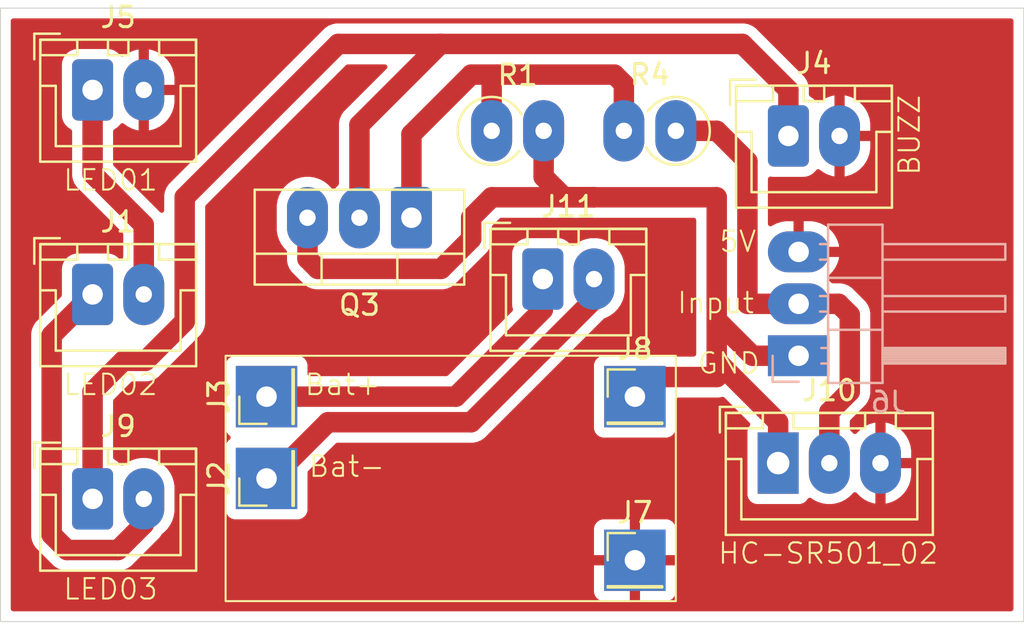
<source format=kicad_pcb>
(kicad_pcb (version 20240108) (generator "pcbnew") (generator_version "8.0")
  (layers (0 "F.Cu" signal) (31 "B.Cu" signal) (34 "B.Paste" user) (35 "F.Paste" user) (36 "B.SilkS" user "B.Silkscreen") (37 "F.SilkS" user "F.Silkscreen") (38 "B.Mask" user) (39 "F.Mask" user) (44 "Edge.Cuts" user))
  (net 0 "")
  (net 1 "Net-(J1-Pin_2)")
  (net 2 "GND")
  (net 3 "input")
  (net 4 "Net-(Q3-G)")
  (net 5 "Net-(J1-Pin_1)")
  (net 6 "Battery+")
  (net 7 "Battery-")
  (net 8 "Net-(J4-Pin_1)")
  (net 9 "9v")
  (footprint "Package_TO_SOT_THT:TO-220-3_Vertical" (layer "F.Cu") (at 130.08 74 180)
    (property "Reference" "Q3" (at 2.54 -4.27 180) (layer "F.SilkS"))
    (property "Value" "IRLZ44N")
    (fp_line (start 7.66 -3.27) (end 7.66 1.371) (stroke (width 0.12)) (layer "F.SilkS"))
    (fp_line (start 4.391 -3.27) (end 4.391 -1.76) (stroke (width 0.12)) (layer "F.SilkS"))
    (fp_line (start 0.69 -3.27) (end 0.69 -1.76) (stroke (width 0.12)) (layer "F.SilkS"))
    (fp_line (start -2.58 1.371) (end 7.66 1.371) (stroke (width 0.12)) (layer "F.SilkS"))
    (fp_line (start -2.58 -1.76) (end 7.66 -1.76) (stroke (width 0.12)) (layer "F.SilkS"))
    (fp_line (start -2.58 -3.27) (end 7.66 -3.27) (stroke (width 0.12)) (layer "F.SilkS"))
    (fp_line (start -2.58 -3.27) (end -2.58 1.371) (stroke (width 0.12)) (layer "F.SilkS"))
    (pad "1" thru_hole roundrect (at 0 0 180) (size 2 3) (drill 1) (layers "*.Cu" "*.Mask") (roundrect_rratio 0.147059) (net 4 "Net-(Q3-G)"))
    (pad "2" thru_hole oval (at 2.54 0 180) (size 2 3) (drill 0.8) (layers "*.Cu" "*.Mask") (net 8 "Net-(J4-Pin_1)"))
    (pad "3" thru_hole oval (at 5.08 0 180) (size 2 3) (drill 0.8) (layers "*.Cu" "*.Mask") (net 2 "GND"))
  )
  (footprint "Resistor_THT:R_Axial_DIN0309_L9.0mm_D3.2mm_P2.54mm_Vertical" (layer "F.Cu") (at 134 69.75)
    (property "Reference" "R1" (at 1.27 -2.72 0) (layer "F.SilkS"))
    (property "Value" "100k")
    (fp_arc (start 1.344775 0.97138) (mid -1.655812 -0.101418) (end 1.453272 -0.8) (stroke (width 0.12)) (layer "F.SilkS"))
    (pad "1" thru_hole oval (at 0 0) (size 2 3) (drill 0.8) (layers "*.Cu" "*.Mask") (net 4 "Net-(Q3-G)"))
    (pad "2" thru_hole oval (at 2.54 0) (size 2 3) (drill 0.8) (layers "*.Cu" "*.Mask") (net 2 "GND"))
  )
  (footprint "Connector_JST:JST_XH_B2B-XH-A_1x02_P2.50mm_Vertical" (layer "F.Cu") (at 136.5 77)
    (property "Reference" "J11" (at 1.25 -3.55 0) (layer "F.SilkS"))
    (property "Value" "BATTERY")
    (fp_line (start -2.85 -2.75) (end -2.85 -1.5) (stroke (width 0.12)) (layer "F.SilkS"))
    (fp_line (start -2.56 -2.46) (end -2.56 3.51) (stroke (width 0.12)) (layer "F.SilkS"))
    (fp_line (start -2.56 3.51) (end 5.06 3.51) (stroke (width 0.12)) (layer "F.SilkS"))
    (fp_line (start -2.55 -2.45) (end -2.55 -1.7) (stroke (width 0.12)) (layer "F.SilkS"))
    (fp_line (start -2.55 -1.7) (end -0.75 -1.7) (stroke (width 0.12)) (layer "F.SilkS"))
    (fp_line (start -2.55 -0.2) (end -1.8 -0.2) (stroke (width 0.12)) (layer "F.SilkS"))
    (fp_line (start -1.8 -0.2) (end -1.8 2.75) (stroke (width 0.12)) (layer "F.SilkS"))
    (fp_line (start -1.8 2.75) (end 1.25 2.75) (stroke (width 0.12)) (layer "F.SilkS"))
    (fp_line (start -1.6 -2.75) (end -2.85 -2.75) (stroke (width 0.12)) (layer "F.SilkS"))
    (fp_line (start -0.75 -2.45) (end -2.55 -2.45) (stroke (width 0.12)) (layer "F.SilkS"))
    (fp_line (start -0.75 -1.7) (end -0.75 -2.45) (stroke (width 0.12)) (layer "F.SilkS"))
    (fp_line (start 0.75 -2.45) (end 0.75 -1.7) (stroke (width 0.12)) (layer "F.SilkS"))
    (fp_line (start 0.75 -1.7) (end 1.75 -1.7) (stroke (width 0.12)) (layer "F.SilkS"))
    (fp_line (start 1.75 -2.45) (end 0.75 -2.45) (stroke (width 0.12)) (layer "F.SilkS"))
    (fp_line (start 1.75 -1.7) (end 1.75 -2.45) (stroke (width 0.12)) (layer "F.SilkS"))
    (fp_line (start 3.25 -2.45) (end 3.25 -1.7) (stroke (width 0.12)) (layer "F.SilkS"))
    (fp_line (start 3.25 -1.7) (end 5.05 -1.7) (stroke (width 0.12)) (layer "F.SilkS"))
    (fp_line (start 4.3 -0.2) (end 4.3 2.75) (stroke (width 0.12)) (layer "F.SilkS"))
    (fp_line (start 4.3 2.75) (end 1.25 2.75) (stroke (width 0.12)) (layer "F.SilkS"))
    (fp_line (start 5.05 -2.45) (end 3.25 -2.45) (stroke (width 0.12)) (layer "F.SilkS"))
    (fp_line (start 5.05 -1.7) (end 5.05 -2.45) (stroke (width 0.12)) (layer "F.SilkS"))
    (fp_line (start 5.05 -0.2) (end 4.3 -0.2) (stroke (width 0.12)) (layer "F.SilkS"))
    (fp_line (start 5.06 -2.46) (end -2.56 -2.46) (stroke (width 0.12)) (layer "F.SilkS"))
    (fp_line (start 5.06 3.51) (end 5.06 -2.46) (stroke (width 0.12)) (layer "F.SilkS"))
    (pad "1" thru_hole roundrect (at 0 0) (size 2 3) (drill 1) (layers "*.Cu" "*.Mask") (roundrect_rratio 0.147059) (net 6 "Battery+"))
    (pad "2" thru_hole oval (at 2.5 0) (size 2 3) (drill 0.8) (layers "*.Cu" "*.Mask") (net 7 "Battery-"))
  )
  (footprint "Connector_PinHeader_2.54mm:PinHeader_1x01_P2.54mm_Vertical" (layer "F.Cu") (at 141 90.75)
    (property "Reference" "J7" (at 0 -2.33 0) (layer "F.SilkS"))
    (property "Value" "Conn_01x01_Pin")
    (fp_line (start -1.33 -1.33) (end 0 -1.33) (stroke (width 0.12)) (layer "F.SilkS"))
    (fp_line (start -1.33 0) (end -1.33 -1.33) (stroke (width 0.12)) (layer "F.SilkS"))
    (fp_line (start -1.33 1.27) (end -1.33 1.33) (stroke (width 0.12)) (layer "F.SilkS"))
    (fp_line (start -1.33 1.27) (end 1.33 1.27) (stroke (width 0.12)) (layer "F.SilkS"))
    (fp_line (start -1.33 1.33) (end 1.33 1.33) (stroke (width 0.12)) (layer "F.SilkS"))
    (fp_line (start 1.33 1.27) (end 1.33 1.33) (stroke (width 0.12)) (layer "F.SilkS"))
    (pad "1" thru_hole rect (at 0 0) (size 3 3) (drill 1) (layers "*.Cu" "*.Mask") (net 9 "9v"))
  )
  (footprint "Connector_PinHeader_2.54mm:PinHeader_1x01_P2.54mm_Vertical" (layer "F.Cu") (at 123 82.75 90)
    (property "Reference" "J3" (at 0 -2.33 -90) (layer "F.SilkS"))
    (property "Value" "Conn_01x01_Pin")
    (fp_line (start -1.33 -1.33) (end 0 -1.33) (stroke (width 0.12)) (layer "F.SilkS"))
    (fp_line (start -1.33 0) (end -1.33 -1.33) (stroke (width 0.12)) (layer "F.SilkS"))
    (fp_line (start 1.33 1.27) (end 1.33 1.33) (stroke (width 0.12)) (layer "F.SilkS"))
    (fp_line (start -1.33 1.27) (end 1.33 1.27) (stroke (width 0.12)) (layer "F.SilkS"))
    (fp_line (start -1.33 1.27) (end -1.33 1.33) (stroke (width 0.12)) (layer "F.SilkS"))
    (fp_line (start -1.33 1.33) (end 1.33 1.33) (stroke (width 0.12)) (layer "F.SilkS"))
    (pad "1" thru_hole rect (at 0 0 90) (size 3 3) (drill 1) (layers "*.Cu" "*.Mask") (net 6 "Battery+"))
  )
  (footprint "Connector_JST:JST_XH_B2B-XH-A_1x02_P2.50mm_Vertical" (layer "F.Cu") (at 114.5 67.75)
    (property "Reference" "J5" (at 1.25 -3.55 0) (layer "F.SilkS"))
    (property "Value" "LED01")
    (fp_line (start -2.85 -2.75) (end -2.85 -1.5) (stroke (width 0.12)) (layer "F.SilkS"))
    (fp_line (start -2.56 -2.46) (end -2.56 3.51) (stroke (width 0.12)) (layer "F.SilkS"))
    (fp_line (start -2.56 3.51) (end 5.06 3.51) (stroke (width 0.12)) (layer "F.SilkS"))
    (fp_line (start -2.55 -2.45) (end -2.55 -1.7) (stroke (width 0.12)) (layer "F.SilkS"))
    (fp_line (start -2.55 -1.7) (end -0.75 -1.7) (stroke (width 0.12)) (layer "F.SilkS"))
    (fp_line (start -2.55 -0.2) (end -1.8 -0.2) (stroke (width 0.12)) (layer "F.SilkS"))
    (fp_line (start -1.8 -0.2) (end -1.8 2.75) (stroke (width 0.12)) (layer "F.SilkS"))
    (fp_line (start -1.8 2.75) (end 1.25 2.75) (stroke (width 0.12)) (layer "F.SilkS"))
    (fp_line (start -1.6 -2.75) (end -2.85 -2.75) (stroke (width 0.12)) (layer "F.SilkS"))
    (fp_line (start -0.75 -2.45) (end -2.55 -2.45) (stroke (width 0.12)) (layer "F.SilkS"))
    (fp_line (start -0.75 -1.7) (end -0.75 -2.45) (stroke (width 0.12)) (layer "F.SilkS"))
    (fp_line (start 0.75 -2.45) (end 0.75 -1.7) (stroke (width 0.12)) (layer "F.SilkS"))
    (fp_line (start 0.75 -1.7) (end 1.75 -1.7) (stroke (width 0.12)) (layer "F.SilkS"))
    (fp_line (start 1.75 -2.45) (end 0.75 -2.45) (stroke (width 0.12)) (layer "F.SilkS"))
    (fp_line (start 1.75 -1.7) (end 1.75 -2.45) (stroke (width 0.12)) (layer "F.SilkS"))
    (fp_line (start 3.25 -2.45) (end 3.25 -1.7) (stroke (width 0.12)) (layer "F.SilkS"))
    (fp_line (start 3.25 -1.7) (end 5.05 -1.7) (stroke (width 0.12)) (layer "F.SilkS"))
    (fp_line (start 4.3 -0.2) (end 4.3 2.75) (stroke (width 0.12)) (layer "F.SilkS"))
    (fp_line (start 4.3 2.75) (end 1.25 2.75) (stroke (width 0.12)) (layer "F.SilkS"))
    (fp_line (start 5.05 -2.45) (end 3.25 -2.45) (stroke (width 0.12)) (layer "F.SilkS"))
    (fp_line (start 5.05 -1.7) (end 5.05 -2.45) (stroke (width 0.12)) (layer "F.SilkS"))
    (fp_line (start 5.05 -0.2) (end 4.3 -0.2) (stroke (width 0.12)) (layer "F.SilkS"))
    (fp_line (start 5.06 -2.46) (end -2.56 -2.46) (stroke (width 0.12)) (layer "F.SilkS"))
    (fp_line (start 5.06 3.51) (end 5.06 -2.46) (stroke (width 0.12)) (layer "F.SilkS"))
    (pad "1" thru_hole roundrect (at 0 0) (size 2 3) (drill 1) (layers "*.Cu" "*.Mask") (roundrect_rratio 0.147059) (net 1 "Net-(J1-Pin_2)"))
    (pad "2" thru_hole oval (at 2.5 0) (size 2 3) (drill 0.8) (layers "*.Cu" "*.Mask") (net 9 "9v"))
  )
  (footprint "Connector_JST:JST_XH_B2B-XH-A_1x02_P2.50mm_Vertical" (layer "F.Cu") (at 114.5 77.75)
    (property "Reference" "J1" (at 1.25 -3.55 0) (layer "F.SilkS"))
    (property "Value" "LED02")
    (fp_line (start -2.85 -2.75) (end -2.85 -1.5) (stroke (width 0.12)) (layer "F.SilkS"))
    (fp_line (start -2.56 -2.46) (end -2.56 3.51) (stroke (width 0.12)) (layer "F.SilkS"))
    (fp_line (start -2.56 3.51) (end 5.06 3.51) (stroke (width 0.12)) (layer "F.SilkS"))
    (fp_line (start -2.55 -2.45) (end -2.55 -1.7) (stroke (width 0.12)) (layer "F.SilkS"))
    (fp_line (start -2.55 -1.7) (end -0.75 -1.7) (stroke (width 0.12)) (layer "F.SilkS"))
    (fp_line (start -2.55 -0.2) (end -1.8 -0.2) (stroke (width 0.12)) (layer "F.SilkS"))
    (fp_line (start -1.8 -0.2) (end -1.8 2.75) (stroke (width 0.12)) (layer "F.SilkS"))
    (fp_line (start -1.8 2.75) (end 1.25 2.75) (stroke (width 0.12)) (layer "F.SilkS"))
    (fp_line (start -1.6 -2.75) (end -2.85 -2.75) (stroke (width 0.12)) (layer "F.SilkS"))
    (fp_line (start -0.75 -2.45) (end -2.55 -2.45) (stroke (width 0.12)) (layer "F.SilkS"))
    (fp_line (start -0.75 -1.7) (end -0.75 -2.45) (stroke (width 0.12)) (layer "F.SilkS"))
    (fp_line (start 0.75 -2.45) (end 0.75 -1.7) (stroke (width 0.12)) (layer "F.SilkS"))
    (fp_line (start 0.75 -1.7) (end 1.75 -1.7) (stroke (width 0.12)) (layer "F.SilkS"))
    (fp_line (start 1.75 -2.45) (end 0.75 -2.45) (stroke (width 0.12)) (layer "F.SilkS"))
    (fp_line (start 1.75 -1.7) (end 1.75 -2.45) (stroke (width 0.12)) (layer "F.SilkS"))
    (fp_line (start 3.25 -2.45) (end 3.25 -1.7) (stroke (width 0.12)) (layer "F.SilkS"))
    (fp_line (start 3.25 -1.7) (end 5.05 -1.7) (stroke (width 0.12)) (layer "F.SilkS"))
    (fp_line (start 4.3 -0.2) (end 4.3 2.75) (stroke (width 0.12)) (layer "F.SilkS"))
    (fp_line (start 4.3 2.75) (end 1.25 2.75) (stroke (width 0.12)) (layer "F.SilkS"))
    (fp_line (start 5.05 -2.45) (end 3.25 -2.45) (stroke (width 0.12)) (layer "F.SilkS"))
    (fp_line (start 5.05 -1.7) (end 5.05 -2.45) (stroke (width 0.12)) (layer "F.SilkS"))
    (fp_line (start 5.05 -0.2) (end 4.3 -0.2) (stroke (width 0.12)) (layer "F.SilkS"))
    (fp_line (start 5.06 -2.46) (end -2.56 -2.46) (stroke (width 0.12)) (layer "F.SilkS"))
    (fp_line (start 5.06 3.51) (end 5.06 -2.46) (stroke (width 0.12)) (layer "F.SilkS"))
    (pad "1" thru_hole roundrect (at 0 0) (size 2 3) (drill 1) (layers "*.Cu" "*.Mask") (roundrect_rratio 0.147059) (net 5 "Net-(J1-Pin_1)"))
    (pad "2" thru_hole oval (at 2.5 0) (size 2 3) (drill 0.8) (layers "*.Cu" "*.Mask") (net 1 "Net-(J1-Pin_2)"))
  )
  (footprint "Connector_PinHeader_2.54mm:PinHeader_1x01_P2.54mm_Vertical" (layer "F.Cu") (at 141 82.75)
    (property "Reference" "J8" (at 0 -2.33 0) (layer "F.SilkS"))
    (property "Value" "Conn_01x01_Pin")
    (fp_line (start -1.33 -1.33) (end 0 -1.33) (stroke (width 0.12)) (layer "F.SilkS"))
    (fp_line (start -1.33 0) (end -1.33 -1.33) (stroke (width 0.12)) (layer "F.SilkS"))
    (fp_line (start -1.33 1.27) (end -1.33 1.33) (stroke (width 0.12)) (layer "F.SilkS"))
    (fp_line (start -1.33 1.27) (end 1.33 1.27) (stroke (width 0.12)) (layer "F.SilkS"))
    (fp_line (start -1.33 1.33) (end 1.33 1.33) (stroke (width 0.12)) (layer "F.SilkS"))
    (fp_line (start 1.33 1.27) (end 1.33 1.33) (stroke (width 0.12)) (layer "F.SilkS"))
    (pad "1" thru_hole rect (at 0 0) (size 3 3) (drill 1) (layers "*.Cu" "*.Mask") (net 2 "GND"))
  )
  (footprint "Connector_JST:JST_XH_B2B-XH-A_1x02_P2.50mm_Vertical" (layer "F.Cu") (at 114.5 87.75)
    (property "Reference" "J9" (at 1.25 -3.55 0) (layer "F.SilkS"))
    (property "Value" "LED03")
    (fp_line (start -2.85 -2.75) (end -2.85 -1.5) (stroke (width 0.12)) (layer "F.SilkS"))
    (fp_line (start -2.56 -2.46) (end -2.56 3.51) (stroke (width 0.12)) (layer "F.SilkS"))
    (fp_line (start -2.56 3.51) (end 5.06 3.51) (stroke (width 0.12)) (layer "F.SilkS"))
    (fp_line (start -2.55 -2.45) (end -2.55 -1.7) (stroke (width 0.12)) (layer "F.SilkS"))
    (fp_line (start -2.55 -1.7) (end -0.75 -1.7) (stroke (width 0.12)) (layer "F.SilkS"))
    (fp_line (start -2.55 -0.2) (end -1.8 -0.2) (stroke (width 0.12)) (layer "F.SilkS"))
    (fp_line (start -1.8 -0.2) (end -1.8 2.75) (stroke (width 0.12)) (layer "F.SilkS"))
    (fp_line (start -1.8 2.75) (end 1.25 2.75) (stroke (width 0.12)) (layer "F.SilkS"))
    (fp_line (start -1.6 -2.75) (end -2.85 -2.75) (stroke (width 0.12)) (layer "F.SilkS"))
    (fp_line (start -0.75 -2.45) (end -2.55 -2.45) (stroke (width 0.12)) (layer "F.SilkS"))
    (fp_line (start -0.75 -1.7) (end -0.75 -2.45) (stroke (width 0.12)) (layer "F.SilkS"))
    (fp_line (start 0.75 -2.45) (end 0.75 -1.7) (stroke (width 0.12)) (layer "F.SilkS"))
    (fp_line (start 0.75 -1.7) (end 1.75 -1.7) (stroke (width 0.12)) (layer "F.SilkS"))
    (fp_line (start 1.75 -2.45) (end 0.75 -2.45) (stroke (width 0.12)) (layer "F.SilkS"))
    (fp_line (start 1.75 -1.7) (end 1.75 -2.45) (stroke (width 0.12)) (layer "F.SilkS"))
    (fp_line (start 3.25 -2.45) (end 3.25 -1.7) (stroke (width 0.12)) (layer "F.SilkS"))
    (fp_line (start 3.25 -1.7) (end 5.05 -1.7) (stroke (width 0.12)) (layer "F.SilkS"))
    (fp_line (start 4.3 -0.2) (end 4.3 2.75) (stroke (width 0.12)) (layer "F.SilkS"))
    (fp_line (start 4.3 2.75) (end 1.25 2.75) (stroke (width 0.12)) (layer "F.SilkS"))
    (fp_line (start 5.05 -2.45) (end 3.25 -2.45) (stroke (width 0.12)) (layer "F.SilkS"))
    (fp_line (start 5.05 -1.7) (end 5.05 -2.45) (stroke (width 0.12)) (layer "F.SilkS"))
    (fp_line (start 5.05 -0.2) (end 4.3 -0.2) (stroke (width 0.12)) (layer "F.SilkS"))
    (fp_line (start 5.06 -2.46) (end -2.56 -2.46) (stroke (width 0.12)) (layer "F.SilkS"))
    (fp_line (start 5.06 3.51) (end 5.06 -2.46) (stroke (width 0.12)) (layer "F.SilkS"))
    (pad "1" thru_hole roundrect (at 0 0) (size 2 3) (drill 1) (layers "*.Cu" "*.Mask") (roundrect_rratio 0.147059) (net 8 "Net-(J4-Pin_1)"))
    (pad "2" thru_hole oval (at 2.5 0) (size 2 3) (drill 0.8) (layers "*.Cu" "*.Mask") (net 5 "Net-(J1-Pin_1)"))
  )
  (footprint "Connector_JST:JST_XH_B3B-XH-A_1x03_P2.50mm_Vertical" (layer "F.Cu") (at 148 86)
    (property "Reference" "J10" (at 2.5 -3.55 0) (layer "F.SilkS"))
    (property "Value" "Conn_01x03_Pin")
    (fp_line (start -2.85 -2.75) (end -2.85 -1.5) (stroke (width 0.12)) (layer "F.SilkS"))
    (fp_line (start -2.56 -2.46) (end -2.56 3.51) (stroke (width 0.12)) (layer "F.SilkS"))
    (fp_line (start -2.56 3.51) (end 7.56 3.51) (stroke (width 0.12)) (layer "F.SilkS"))
    (fp_line (start -2.55 -2.45) (end -2.55 -1.7) (stroke (width 0.12)) (layer "F.SilkS"))
    (fp_line (start -2.55 -1.7) (end -0.75 -1.7) (stroke (width 0.12)) (layer "F.SilkS"))
    (fp_line (start -2.55 -0.2) (end -1.8 -0.2) (stroke (width 0.12)) (layer "F.SilkS"))
    (fp_line (start -1.8 -0.2) (end -1.8 2.75) (stroke (width 0.12)) (layer "F.SilkS"))
    (fp_line (start -1.8 2.75) (end 2.5 2.75) (stroke (width 0.12)) (layer "F.SilkS"))
    (fp_line (start -1.6 -2.75) (end -2.85 -2.75) (stroke (width 0.12)) (layer "F.SilkS"))
    (fp_line (start -0.75 -2.45) (end -2.55 -2.45) (stroke (width 0.12)) (layer "F.SilkS"))
    (fp_line (start -0.75 -1.7) (end -0.75 -2.45) (stroke (width 0.12)) (layer "F.SilkS"))
    (fp_line (start 0.75 -2.45) (end 0.75 -1.7) (stroke (width 0.12)) (layer "F.SilkS"))
    (fp_line (start 0.75 -1.7) (end 4.25 -1.7) (stroke (width 0.12)) (layer "F.SilkS"))
    (fp_line (start 4.25 -2.45) (end 0.75 -2.45) (stroke (width 0.12)) (layer "F.SilkS"))
    (fp_line (start 4.25 -1.7) (end 4.25 -2.45) (stroke (width 0.12)) (layer "F.SilkS"))
    (fp_line (start 5.75 -2.45) (end 5.75 -1.7) (stroke (width 0.12)) (layer "F.SilkS"))
    (fp_line (start 5.75 -1.7) (end 7.55 -1.7) (stroke (width 0.12)) (layer "F.SilkS"))
    (fp_line (start 6.8 -0.2) (end 6.8 2.75) (stroke (width 0.12)) (layer "F.SilkS"))
    (fp_line (start 6.8 2.75) (end 2.5 2.75) (stroke (width 0.12)) (layer "F.SilkS"))
    (fp_line (start 7.55 -2.45) (end 5.75 -2.45) (stroke (width 0.12)) (layer "F.SilkS"))
    (fp_line (start 7.55 -1.7) (end 7.55 -2.45) (stroke (width 0.12)) (layer "F.SilkS"))
    (fp_line (start 7.55 -0.2) (end 6.8 -0.2) (stroke (width 0.12)) (layer "F.SilkS"))
    (fp_line (start 7.56 -2.46) (end -2.56 -2.46) (stroke (width 0.12)) (layer "F.SilkS"))
    (fp_line (start 7.56 3.51) (end 7.56 -2.46) (stroke (width 0.12)) (layer "F.SilkS"))
    (pad "1" thru_hole rect (at 0 0) (size 2 3) (drill 1.1) (layers "*.Cu" "*.Mask") (net 2 "GND"))
    (pad "2" thru_hole oval (at 2.5 0) (size 2 3) (drill 0.8) (layers "*.Cu" "*.Mask") (net 3 "input"))
    (pad "3" thru_hole oval (at 5 0) (size 2 3) (drill 0.8) (layers "*.Cu" "*.Mask") (net 9 "9v"))
  )
  (footprint "Connector_PinHeader_2.54mm:PinHeader_1x01_P2.54mm_Vertical" (layer "F.Cu") (at 123 86.75 90)
    (property "Reference" "J2" (at 0 -2.33 -90) (layer "F.SilkS"))
    (property "Value" "Conn_01x01_Pin")
    (fp_line (start -1.33 -1.33) (end 0 -1.33) (stroke (width 0.12)) (layer "F.SilkS"))
    (fp_line (start -1.33 0) (end -1.33 -1.33) (stroke (width 0.12)) (layer "F.SilkS"))
    (fp_line (start 1.33 1.27) (end 1.33 1.33) (stroke (width 0.12)) (layer "F.SilkS"))
    (fp_line (start -1.33 1.27) (end 1.33 1.27) (stroke (width 0.12)) (layer "F.SilkS"))
    (fp_line (start -1.33 1.27) (end -1.33 1.33) (stroke (width 0.12)) (layer "F.SilkS"))
    (fp_line (start -1.33 1.33) (end 1.33 1.33) (stroke (width 0.12)) (layer "F.SilkS"))
    (pad "1" thru_hole rect (at 0 0 90) (size 3 3) (drill 1) (layers "*.Cu" "*.Mask") (net 7 "Battery-"))
  )
  (footprint "Resistor_THT:R_Axial_DIN0309_L9.0mm_D3.2mm_P2.54mm_Vertical" (layer "F.Cu") (at 143 69.75 180)
    (property "Reference" "R4" (at 1.27 2.75 180) (layer "F.SilkS"))
    (property "Value" "1k")
    (fp_arc (start 1.344775 0.97138) (mid -1.655812 -0.101418) (end 1.453272 -0.8) (stroke (width 0.12)) (layer "F.SilkS"))
    (pad "1" thru_hole oval (at 0 0 180) (size 2 3) (drill 0.8) (layers "*.Cu" "*.Mask") (net 3 "input"))
    (pad "2" thru_hole oval (at 2.54 0 180) (size 2 3) (drill 0.8) (layers "*.Cu" "*.Mask") (net 4 "Net-(Q3-G)"))
  )
  (footprint "Connector_JST:JST_XH_B2B-XH-A_1x02_P2.50mm_Vertical" (layer "F.Cu") (at 148.5 70)
    (property "Reference" "J4" (at 1.25 -3.55 0) (layer "F.SilkS"))
    (property "Value" "BUZZ")
    (fp_line (start -2.85 -2.75) (end -2.85 -1.5) (stroke (width 0.12)) (layer "F.SilkS"))
    (fp_line (start -2.56 -2.46) (end -2.56 3.51) (stroke (width 0.12)) (layer "F.SilkS"))
    (fp_line (start -2.56 3.51) (end 5.06 3.51) (stroke (width 0.12)) (layer "F.SilkS"))
    (fp_line (start -2.55 -2.45) (end -2.55 -1.7) (stroke (width 0.12)) (layer "F.SilkS"))
    (fp_line (start -2.55 -1.7) (end -0.75 -1.7) (stroke (width 0.12)) (layer "F.SilkS"))
    (fp_line (start -2.55 -0.2) (end -1.8 -0.2) (stroke (width 0.12)) (layer "F.SilkS"))
    (fp_line (start -1.8 -0.2) (end -1.8 2.75) (stroke (width 0.12)) (layer "F.SilkS"))
    (fp_line (start -1.8 2.75) (end 1.25 2.75) (stroke (width 0.12)) (layer "F.SilkS"))
    (fp_line (start -1.6 -2.75) (end -2.85 -2.75) (stroke (width 0.12)) (layer "F.SilkS"))
    (fp_line (start -0.75 -2.45) (end -2.55 -2.45) (stroke (width 0.12)) (layer "F.SilkS"))
    (fp_line (start -0.75 -1.7) (end -0.75 -2.45) (stroke (width 0.12)) (layer "F.SilkS"))
    (fp_line (start 0.75 -2.45) (end 0.75 -1.7) (stroke (width 0.12)) (layer "F.SilkS"))
    (fp_line (start 0.75 -1.7) (end 1.75 -1.7) (stroke (width 0.12)) (layer "F.SilkS"))
    (fp_line (start 1.75 -2.45) (end 0.75 -2.45) (stroke (width 0.12)) (layer "F.SilkS"))
    (fp_line (start 1.75 -1.7) (end 1.75 -2.45) (stroke (width 0.12)) (layer "F.SilkS"))
    (fp_line (start 3.25 -2.45) (end 3.25 -1.7) (stroke (width 0.12)) (layer "F.SilkS"))
    (fp_line (start 3.25 -1.7) (end 5.05 -1.7) (stroke (width 0.12)) (layer "F.SilkS"))
    (fp_line (start 4.3 -0.2) (end 4.3 2.75) (stroke (width 0.12)) (layer "F.SilkS"))
    (fp_line (start 4.3 2.75) (end 1.25 2.75) (stroke (width 0.12)) (layer "F.SilkS"))
    (fp_line (start 5.05 -2.45) (end 3.25 -2.45) (stroke (width 0.12)) (layer "F.SilkS"))
    (fp_line (start 5.05 -1.7) (end 5.05 -2.45) (stroke (width 0.12)) (layer "F.SilkS"))
    (fp_line (start 5.05 -0.2) (end 4.3 -0.2) (stroke (width 0.12)) (layer "F.SilkS"))
    (fp_line (start 5.06 -2.46) (end -2.56 -2.46) (stroke (width 0.12)) (layer "F.SilkS"))
    (fp_line (start 5.06 3.51) (end 5.06 -2.46) (stroke (width 0.12)) (layer "F.SilkS"))
    (pad "1" thru_hole roundrect (at 0 0) (size 2 3) (drill 1) (layers "*.Cu" "*.Mask") (roundrect_rratio 0.147059) (net 8 "Net-(J4-Pin_1)"))
    (pad "2" thru_hole oval (at 2.5 0) (size 2 3) (drill 0.8) (layers "*.Cu" "*.Mask") (net 9 "9v"))
  )
  (footprint "Connector_PinHeader_2.54mm:PinHeader_1x03_P2.54mm_Horizontal" (layer "B.Cu") (at 149 80.75)
    (property "Reference" "J6" (at 4.385 2.27 0) (layer "B.SilkS") (effects (justify mirror)))
    (property "Value" "HC-SR501_01")
    (fp_line (start -1.27 1.27) (end -1.27 0) (stroke (width 0.12)) (layer "B.SilkS"))
    (fp_line (start 0 1.27) (end -1.27 1.27) (stroke (width 0.12)) (layer "B.SilkS"))
    (fp_line (start 1.44 -6.41) (end 1.44 1.33) (stroke (width 0.12)) (layer "B.SilkS"))
    (fp_line (start 1.44 -5.46) (end 1.042929 -5.46) (stroke (width 0.12)) (layer "B.SilkS"))
    (fp_line (start 1.44 -4.7) (end 1.042929 -4.7) (stroke (width 0.12)) (layer "B.SilkS"))
    (fp_line (start 1.44 -2.92) (end 1.042929 -2.92) (stroke (width 0.12)) (layer "B.SilkS"))
    (fp_line (start 1.44 -2.16) (end 1.042929 -2.16) (stroke (width 0.12)) (layer "B.SilkS"))
    (fp_line (start 1.44 -0.38) (end 1.11 -0.38) (stroke (width 0.12)) (layer "B.SilkS"))
    (fp_line (start 1.44 0.38) (end 1.11 0.38) (stroke (width 0.12)) (layer "B.SilkS"))
    (fp_line (start 1.44 1.33) (end 4.1 1.33) (stroke (width 0.12)) (layer "B.SilkS"))
    (fp_line (start 4.1 -6.41) (end 1.44 -6.41) (stroke (width 0.12)) (layer "B.SilkS"))
    (fp_line (start 4.1 -5.46) (end 10.1 -5.46) (stroke (width 0.12)) (layer "B.SilkS"))
    (fp_line (start 4.1 -3.81) (end 1.44 -3.81) (stroke (width 0.12)) (layer "B.SilkS"))
    (fp_line (start 4.1 -2.92) (end 10.1 -2.92) (stroke (width 0.12)) (layer "B.SilkS"))
    (fp_line (start 4.1 -1.27) (end 1.44 -1.27) (stroke (width 0.12)) (layer "B.SilkS"))
    (fp_line (start 4.1 -0.38) (end 10.1 -0.38) (stroke (width 0.12)) (layer "B.SilkS"))
    (fp_line (start 4.1 1.33) (end 4.1 -6.41) (stroke (width 0.12)) (layer "B.SilkS"))
    (fp_line (start 10.1 -5.46) (end 10.1 -4.7) (stroke (width 0.12)) (layer "B.SilkS"))
    (fp_line (start 10.1 -4.7) (end 4.1 -4.7) (stroke (width 0.12)) (layer "B.SilkS"))
    (fp_line (start 10.1 -2.92) (end 10.1 -2.16) (stroke (width 0.12)) (layer "B.SilkS"))
    (fp_line (start 10.1 -2.16) (end 4.1 -2.16) (stroke (width 0.12)) (layer "B.SilkS"))
    (fp_line (start 10.1 -0.38) (end 10.1 0.38) (stroke (width 0.12)) (layer "B.SilkS"))
    (fp_line (start 10.1 -0.28) (end 4.1 -0.28) (stroke (width 0.12)) (layer "B.SilkS"))
    (fp_line (start 10.1 -0.16) (end 4.1 -0.16) (stroke (width 0.12)) (layer "B.SilkS"))
    (fp_line (start 10.1 -0.04) (end 4.1 -0.04) (stroke (width 0.12)) (layer "B.SilkS"))
    (fp_line (start 10.1 0.08) (end 4.1 0.08) (stroke (width 0.12)) (layer "B.SilkS"))
    (fp_line (start 10.1 0.2) (end 4.1 0.2) (stroke (width 0.12)) (layer "B.SilkS"))
    (fp_line (start 10.1 0.32) (end 4.1 0.32) (stroke (width 0.12)) (layer "B.SilkS"))
    (fp_line (start 10.1 0.38) (end 4.1 0.38) (stroke (width 0.12)) (layer "B.SilkS"))
    (pad "1" thru_hole rect (at 0 0) (size 3 2) (drill 1) (layers "*.Cu" "*.Mask") (net 2 "GND"))
    (pad "2" thru_hole oval (at 0 -2.54) (size 3 2) (drill 1) (layers "*.Cu" "*.Mask") (net 3 "input"))
    (pad "3" thru_hole oval (at 0 -5.08) (size 3 2) (drill 1) (layers "*.Cu" "*.Mask") (net 9 "9v"))
  )
  (gr_rect (start 121 80.749999) (end 143 92.749999) (stroke (width 0.1)) (fill none) (layer "F.SilkS"))
  (gr_rect (start 110 63.749999) (end 160 93.749999) (stroke (width 0.05)) (fill none) (layer "Edge.Cuts"))
  (gr_text "LED01" (at 113 72.749999 0) (layer "F.SilkS") (effects (font (size 1 1) (thickness 0.1)) (justify left bottom)))
  (gr_text "Input" (at 143 78.749999 0) (layer "F.SilkS") (effects (font (size 1 1) (thickness 0.1)) (justify left bottom)))
  (gr_text "5V" (at 147 75.749999 0) (layer "F.SilkS") (effects (font (size 1 1) (thickness 0.1)) (justify right bottom)))
  (gr_text "GND" (at 144 81.702499 0) (layer "F.SilkS") (effects (font (size 1 1) (thickness 0.1)) (justify left bottom)))
  (gr_text "Bat+" (at 124.8 82.749999 0) (layer "F.SilkS") (effects (font (size 1 1) (thickness 0.1)) (justify left bottom)))
  (gr_text "BUZZ" (at 155 72 90) (layer "F.SilkS") (effects (font (size 1 1) (thickness 0.1)) (justify left bottom)))
  (gr_text "Bat-" (at 125 86.749999 0) (layer "F.SilkS") (effects (font (size 1 1) (thickness 0.1)) (justify left bottom)))
  (gr_text "HC-SR501_02" (at 145 91 0) (layer "F.SilkS") (effects (font (size 1 1) (thickness 0.1)) (justify left bottom)))
  (gr_text "LED02\n" (at 113 82.749999 0) (layer "F.SilkS") (effects (font (size 1 1) (thickness 0.1)) (justify left bottom)))
  (gr_text "LED03" (at 113 92.749999 0) (layer "F.SilkS") (effects (font (size 1 1) (thickness 0.1)) (justify left bottom)))
  (segment (start 117 77.75) (end 117 74.3517) (width 1) (layer "F.Cu") (net 1))
  (segment (start 114.5 71.8517) (end 114.5 67.75) (width 1) (layer "F.Cu") (net 1))
  (segment (start 117 74.3517) (end 114.5 71.8517) (width 1) (layer "F.Cu") (net 1))
  (segment (start 141 81.7918) (end 145 81.7918) (width 1) (layer "F.Cu") (net 2))
  (segment (start 125 76.0017) (end 125 74) (width 1) (layer "F.Cu") (net 2))
  (segment (start 141 82.75) (end 141 81.7918) (width 1) (layer "F.Cu") (net 2))
  (segment (start 134 73) (end 133 74) (width 1) (layer "F.Cu") (net 2))
  (segment (start 139 73) (end 137.54 73) (width 1) (layer "F.Cu") (net 2))
  (segment (start 149 80.75) (end 146.748 80.75) (width 1) (layer "F.Cu") (net 2))
  (segment (start 145 81.7918) (end 144.998 81.7898) (width 1) (layer "F.Cu") (net 2))
  (segment (start 144.998 73) (end 139 73) (width 1) (layer "F.Cu") (net 2))
  (segment (start 144.998 81.7898) (end 144.998 81) (width 1) (layer "F.Cu") (net 2))
  (segment (start 133 75.0325) (end 131.532 76.5) (width 1) (layer "F.Cu") (net 2))
  (segment (start 137.54 73) (end 134 73) (width 1) (layer "F.Cu") (net 2))
  (segment (start 148 84.002) (end 144.998 81) (width 1) (layer "F.Cu") (net 2))
  (segment (start 125.498 76.5) (end 125 76.0017) (width 1) (layer "F.Cu") (net 2))
  (segment (start 146.748 80.75) (end 144.998 79) (width 1) (layer "F.Cu") (net 2))
  (segment (start 144.998 79) (end 144.998 73) (width 1) (layer "F.Cu") (net 2))
  (segment (start 133 74) (end 133 75.0325) (width 1) (layer "F.Cu") (net 2))
  (segment (start 131.532 76.5) (end 125.498 76.5) (width 1) (layer "F.Cu") (net 2))
  (segment (start 139 73) (end 137.54 73) (width 1) (layer "F.Cu") (net 2))
  (segment (start 137.54 73) (end 136.54 72) (width 1) (layer "F.Cu") (net 2))
  (segment (start 144.998 81) (end 144.998 79) (width 1) (layer "F.Cu") (net 2))
  (segment (start 136.54 72) (end 136.54 69.75) (width 1) (layer "F.Cu") (net 2))
  (segment (start 148 86) (end 148 84.002) (width 1) (layer "F.Cu") (net 2))
  (segment (start 149 78.21) (end 150.96 78.21) (width 1) (layer "F.Cu") (net 3))
  (segment (start 150.5 83.5) (end 150.5 85.1716) (width 1) (layer "F.Cu") (net 3))
  (segment (start 151.5 82.5) (end 150.5 83.5) (width 1) (layer "F.Cu") (net 3))
  (segment (start 146.498 71.2466) (end 146.498 78.21) (width 1) (layer "F.Cu") (net 3))
  (segment (start 150.96 78.21) (end 151.5 78.75) (width 1) (layer "F.Cu") (net 3))
  (segment (start 150.5 85.1716) (end 150.5 86) (width 1) (layer "F.Cu") (net 3))
  (segment (start 146.498 78.21) (end 149 78.21) (width 1) (layer "F.Cu") (net 3))
  (segment (start 150.5 85.1716) (end 150.5 86) (width 1) (layer "F.Cu") (net 3))
  (segment (start 143 69.75) (end 145.002 69.75) (width 1) (layer "F.Cu") (net 3))
  (segment (start 151.5 78.75) (end 151.5 82.5) (width 1) (layer "F.Cu") (net 3))
  (segment (start 145.002 69.75) (end 146.498 71.2466) (width 1) (layer "F.Cu") (net 3))
  (segment (start 133 67) (end 134.25 67) (width 1) (layer "F.Cu") (net 4))
  (segment (start 130.08 74) (end 130.08 69.92) (width 1) (layer "F.Cu") (net 4))
  (segment (start 130.08 69.92) (end 133 67) (width 1) (layer "F.Cu") (net 4))
  (segment (start 140.46 67.46) (end 140 67) (width 1) (layer "F.Cu") (net 4))
  (segment (start 140 67) (end 134.25 67) (width 1) (layer "F.Cu") (net 4))
  (segment (start 134.25 67) (end 134 67.25) (width 1) (layer "F.Cu") (net 4))
  (segment (start 140.46 69.75) (end 140.46 67.46) (width 1) (layer "F.Cu") (net 4))
  (segment (start 134 67.25) (end 134 69.75) (width 1) (layer "F.Cu") (net 4))
  (segment (start 112.5 89.5) (end 112.5 79.7496) (width 1) (layer "F.Cu") (net 5))
  (segment (start 117 87.75) (end 117 88.9919) (width 1) (layer "F.Cu") (net 5))
  (segment (start 117 88.9919) (end 115.742 90.25) (width 1) (layer "F.Cu") (net 5))
  (segment (start 113.25 90.25) (end 112.5 89.5) (width 1) (layer "F.Cu") (net 5))
  (segment (start 112.634 79.6156) (end 114.5 77.75) (width 1) (layer "F.Cu") (net 5))
  (segment (start 112.5 79.7496) (end 112.634 79.6156) (width 1) (layer "F.Cu") (net 5))
  (segment (start 115.742 90.25) (end 113.25 90.25) (width 1) (layer "F.Cu") (net 5))
  (segment (start 136.5 78.5) (end 132.25 82.75) (width 1) (layer "F.Cu") (net 6))
  (segment (start 136.5 77) (end 136.5 78.5) (width 1) (layer "F.Cu") (net 6))
  (segment (start 132.25 82.75) (end 123 82.75) (width 1) (layer "F.Cu") (net 6))
  (segment (start 139 78) (end 139 77) (width 1) (layer "F.Cu") (net 7))
  (segment (start 133 84) (end 139 78) (width 1) (layer "F.Cu") (net 7))
  (segment (start 126 84) (end 133 84) (width 1) (layer "F.Cu") (net 7))
  (segment (start 123.25 86.75) (end 126 84) (width 1) (layer "F.Cu") (net 7))
  (segment (start 123 86.75) (end 123.25 86.75) (width 1) (layer "F.Cu") (net 7))
  (segment (start 127.54 74) (end 127.54 69.46) (width 1) (layer "F.Cu") (net 8))
  (segment (start 148.5 67.75) (end 148.5 70) (width 1) (layer "F.Cu") (net 8))
  (segment (start 126.5 65.5) (end 119 73) (width 1) (layer "F.Cu") (net 8))
  (segment (start 119 79.078427) (end 119 73) (width 1) (layer "F.Cu") (net 8))
  (segment (start 131.5 65.5) (end 126.5 65.5) (width 1) (layer "F.Cu") (net 8))
  (segment (start 116 81) (end 117.078427 81) (width 1) (layer "F.Cu") (net 8))
  (segment (start 114.5 82.5) (end 116 81) (width 1) (layer "F.Cu") (net 8))
  (segment (start 131.5 65.5) (end 146.25 65.5) (width 1) (layer "F.Cu") (net 8))
  (segment (start 117.078427 81) (end 119 79.078427) (width 1) (layer "F.Cu") (net 8))
  (segment (start 146.25 65.5) (end 148.5 67.75) (width 1) (layer "F.Cu") (net 8))
  (segment (start 114.5 87.75) (end 114.5 82.5) (width 1) (layer "F.Cu") (net 8))
  (segment (start 127.54 69.46) (end 131.5 65.5) (width 1) (layer "F.Cu") (net 8))
  (zone (net 9) (net_name "9v") (layer "F.Cu") (connect_pads (clearance 0.5)) (min_thickness 0.25) (fill yes (thermal_gap 0.5) (thermal_bridge_width 0.5))
    (polygon (pts (xy 160 63.749999) (xy 110 63.749999) (xy 110 93.749999) (xy 160 93.749999)))
  )
)
</source>
